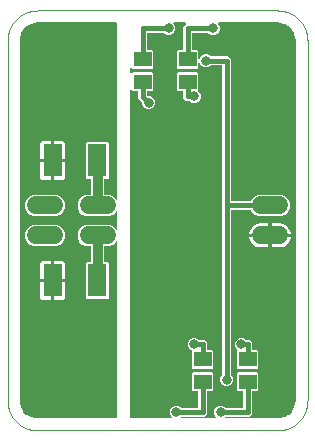
<source format=gbl>
G04 EAGLE Gerber X2 export*
%TF.Part,Single*%
%TF.FileFunction,Other,Bottom layer*%
%TF.FilePolarity,Positive*%
%TF.GenerationSoftware,Autodesk,EAGLE,9.0.0*%
%TF.CreationDate,2018-05-03T06:03:55Z*%
G75*
%MOMM*%
%FSLAX35Y35*%
%LPD*%
%AMOC8*
5,1,8,0,0,1.08239X$1,22.5*%
G01*
%ADD10C,0.000000*%
%ADD11R,1.500000X1.300000*%
%ADD12R,1.600000X2.800000*%
%ADD13C,1.524000*%
%ADD14C,0.806400*%
%ADD15C,0.450000*%
%ADD16C,0.812800*%

G36*
X1481887Y196966D02*
X1481887Y196966D01*
X1482603Y196984D01*
X1483093Y197163D01*
X1483609Y197248D01*
X1484242Y197583D01*
X1484914Y197828D01*
X1485323Y198154D01*
X1485784Y198398D01*
X1486277Y198917D01*
X1486837Y199364D01*
X1487119Y199804D01*
X1487479Y200182D01*
X1487781Y200831D01*
X1488169Y201433D01*
X1488297Y201941D01*
X1488517Y202413D01*
X1488596Y203124D01*
X1488772Y203819D01*
X1488732Y204340D01*
X1488790Y204859D01*
X1488638Y205559D01*
X1488583Y206273D01*
X1488379Y206753D01*
X1488269Y207264D01*
X1487902Y207879D01*
X1487623Y208538D01*
X1487176Y209097D01*
X1487008Y209378D01*
X1486828Y209533D01*
X1486568Y209858D01*
X1477898Y218527D01*
X1469439Y238948D01*
X1469439Y261052D01*
X1477898Y281472D01*
X1493528Y297102D01*
X1513948Y305560D01*
X1536052Y305560D01*
X1556472Y297102D01*
X1563602Y289972D01*
X1564340Y289442D01*
X1565030Y288850D01*
X1565334Y288727D01*
X1565601Y288536D01*
X1566469Y288268D01*
X1567312Y287928D01*
X1567724Y287882D01*
X1567952Y287811D01*
X1568279Y287820D01*
X1568990Y287740D01*
X1700890Y287740D01*
X1701084Y287772D01*
X1701279Y287750D01*
X1702295Y287970D01*
X1703318Y288138D01*
X1703492Y288230D01*
X1703684Y288271D01*
X1704577Y288803D01*
X1705494Y289288D01*
X1705629Y289431D01*
X1705798Y289532D01*
X1706473Y290319D01*
X1707189Y291072D01*
X1707272Y291250D01*
X1707400Y291400D01*
X1707789Y292364D01*
X1708227Y293303D01*
X1708248Y293498D01*
X1708322Y293681D01*
X1708509Y295360D01*
X1708509Y420390D01*
X1708478Y420584D01*
X1708499Y420779D01*
X1708279Y421795D01*
X1708112Y422818D01*
X1708020Y422992D01*
X1707978Y423184D01*
X1707446Y424077D01*
X1706961Y424994D01*
X1706819Y425129D01*
X1706718Y425298D01*
X1705931Y425973D01*
X1705178Y426689D01*
X1704999Y426772D01*
X1704850Y426900D01*
X1703886Y427289D01*
X1702946Y427727D01*
X1702751Y427748D01*
X1702568Y427822D01*
X1700890Y428009D01*
X1664937Y428009D01*
X1656009Y436937D01*
X1656009Y579563D01*
X1664937Y588490D01*
X1827563Y588490D01*
X1836490Y579563D01*
X1836490Y436937D01*
X1827563Y428009D01*
X1791610Y428009D01*
X1791416Y427978D01*
X1791220Y427999D01*
X1790205Y427779D01*
X1789181Y427612D01*
X1789008Y427520D01*
X1788815Y427478D01*
X1787923Y426946D01*
X1787006Y426461D01*
X1786870Y426319D01*
X1786702Y426218D01*
X1786027Y425431D01*
X1785311Y424678D01*
X1785228Y424499D01*
X1785100Y424350D01*
X1784710Y423386D01*
X1784273Y422446D01*
X1784251Y422251D01*
X1784178Y422068D01*
X1783990Y420390D01*
X1783990Y234367D01*
X1761883Y212259D01*
X1568990Y212259D01*
X1568098Y212113D01*
X1567194Y212045D01*
X1566888Y211915D01*
X1566562Y211862D01*
X1565762Y211439D01*
X1564928Y211086D01*
X1564599Y210824D01*
X1564386Y210711D01*
X1564233Y210550D01*
X1564216Y210541D01*
X1564125Y210446D01*
X1563607Y210033D01*
X1563437Y209862D01*
X1563017Y209279D01*
X1562521Y208757D01*
X1562302Y208286D01*
X1561998Y207865D01*
X1561786Y207178D01*
X1561483Y206526D01*
X1561425Y206011D01*
X1561272Y205514D01*
X1561290Y204794D01*
X1561210Y204080D01*
X1561320Y203574D01*
X1561333Y203054D01*
X1561579Y202378D01*
X1561731Y201675D01*
X1561996Y201230D01*
X1562174Y200742D01*
X1562623Y200179D01*
X1562991Y199562D01*
X1563385Y199224D01*
X1563709Y198818D01*
X1564313Y198429D01*
X1564859Y197960D01*
X1565342Y197765D01*
X1565777Y197484D01*
X1566473Y197308D01*
X1567141Y197038D01*
X1567847Y196959D01*
X1568162Y196879D01*
X1568401Y196897D01*
X1568819Y196850D01*
X1856180Y196850D01*
X1856887Y196966D01*
X1857603Y196984D01*
X1858093Y197163D01*
X1858609Y197248D01*
X1859242Y197583D01*
X1859914Y197828D01*
X1860323Y198154D01*
X1860784Y198398D01*
X1861277Y198917D01*
X1861837Y199364D01*
X1862119Y199804D01*
X1862479Y200182D01*
X1862781Y200831D01*
X1863169Y201433D01*
X1863297Y201941D01*
X1863517Y202413D01*
X1863596Y203124D01*
X1863772Y203819D01*
X1863732Y204340D01*
X1863790Y204859D01*
X1863638Y205559D01*
X1863583Y206273D01*
X1863379Y206753D01*
X1863269Y207264D01*
X1862902Y207879D01*
X1862623Y208538D01*
X1862176Y209097D01*
X1862008Y209378D01*
X1861828Y209533D01*
X1861568Y209858D01*
X1852898Y218527D01*
X1844439Y238948D01*
X1844439Y261052D01*
X1852898Y281472D01*
X1868528Y297102D01*
X1888948Y305560D01*
X1911052Y305560D01*
X1931472Y297102D01*
X1938602Y289972D01*
X1939340Y289442D01*
X1940030Y288850D01*
X1940334Y288727D01*
X1940601Y288536D01*
X1941469Y288268D01*
X1942312Y287928D01*
X1942724Y287882D01*
X1942952Y287811D01*
X1943279Y287820D01*
X1943990Y287740D01*
X2081890Y287740D01*
X2082084Y287772D01*
X2082279Y287750D01*
X2083295Y287970D01*
X2084318Y288138D01*
X2084492Y288230D01*
X2084684Y288271D01*
X2085577Y288803D01*
X2086494Y289288D01*
X2086629Y289431D01*
X2086798Y289532D01*
X2087473Y290319D01*
X2088189Y291072D01*
X2088272Y291250D01*
X2088400Y291400D01*
X2088789Y292364D01*
X2089227Y293303D01*
X2089248Y293498D01*
X2089322Y293681D01*
X2089509Y295360D01*
X2089509Y420390D01*
X2089478Y420584D01*
X2089499Y420779D01*
X2089279Y421795D01*
X2089112Y422818D01*
X2089020Y422992D01*
X2088978Y423184D01*
X2088446Y424077D01*
X2087961Y424994D01*
X2087819Y425129D01*
X2087718Y425298D01*
X2086931Y425973D01*
X2086178Y426689D01*
X2085999Y426772D01*
X2085850Y426900D01*
X2084886Y427289D01*
X2083946Y427727D01*
X2083751Y427748D01*
X2083568Y427822D01*
X2081890Y428009D01*
X2045937Y428009D01*
X2037009Y436937D01*
X2037009Y579563D01*
X2045937Y588490D01*
X2208563Y588490D01*
X2217490Y579563D01*
X2217490Y436937D01*
X2208563Y428009D01*
X2172610Y428009D01*
X2172416Y427978D01*
X2172220Y427999D01*
X2171205Y427779D01*
X2170181Y427612D01*
X2170008Y427520D01*
X2169815Y427478D01*
X2168923Y426946D01*
X2168006Y426461D01*
X2167870Y426319D01*
X2167702Y426218D01*
X2167027Y425431D01*
X2166311Y424678D01*
X2166228Y424499D01*
X2166100Y424350D01*
X2165710Y423386D01*
X2165273Y422446D01*
X2165251Y422251D01*
X2165178Y422068D01*
X2164990Y420390D01*
X2164990Y234367D01*
X2142883Y212259D01*
X1943990Y212259D01*
X1943098Y212113D01*
X1942194Y212045D01*
X1941888Y211915D01*
X1941562Y211862D01*
X1940762Y211439D01*
X1939928Y211086D01*
X1939599Y210824D01*
X1939386Y210711D01*
X1939233Y210550D01*
X1939216Y210541D01*
X1939125Y210446D01*
X1938607Y210033D01*
X1938437Y209862D01*
X1938017Y209279D01*
X1937521Y208757D01*
X1937302Y208286D01*
X1936998Y207865D01*
X1936786Y207178D01*
X1936483Y206526D01*
X1936425Y206011D01*
X1936272Y205514D01*
X1936290Y204794D01*
X1936210Y204080D01*
X1936320Y203574D01*
X1936333Y203054D01*
X1936579Y202378D01*
X1936731Y201675D01*
X1936996Y201230D01*
X1937174Y200742D01*
X1937623Y200179D01*
X1937991Y199562D01*
X1938385Y199224D01*
X1938709Y198818D01*
X1939313Y198429D01*
X1939859Y197960D01*
X1940342Y197765D01*
X1940777Y197484D01*
X1941473Y197308D01*
X1942141Y197038D01*
X1942847Y196959D01*
X1943162Y196879D01*
X1943401Y196897D01*
X1943819Y196850D01*
X2381250Y196850D01*
X2381436Y196881D01*
X2381748Y196867D01*
X2400646Y198105D01*
X2400891Y198162D01*
X2402119Y198349D01*
X2438627Y208131D01*
X2438766Y208193D01*
X2438917Y208215D01*
X2440464Y208892D01*
X2473196Y227790D01*
X2473314Y227886D01*
X2473455Y227946D01*
X2474774Y229000D01*
X2501499Y255726D01*
X2501589Y255850D01*
X2501709Y255944D01*
X2502710Y257304D01*
X2521608Y290035D01*
X2521661Y290177D01*
X2521754Y290300D01*
X2522284Y291656D01*
X2522346Y291789D01*
X2522350Y291824D01*
X2522369Y291873D01*
X2532151Y328380D01*
X2532176Y328627D01*
X2532394Y329854D01*
X2533633Y348751D01*
X2533615Y348940D01*
X2533649Y349250D01*
X2533649Y3397250D01*
X2533635Y3397338D01*
X2533639Y3397377D01*
X2533620Y3397466D01*
X2533633Y3397748D01*
X2532394Y3416646D01*
X2532338Y3416891D01*
X2532151Y3418119D01*
X2522369Y3454627D01*
X2522306Y3454766D01*
X2522285Y3454917D01*
X2521608Y3456464D01*
X2502710Y3489196D01*
X2502613Y3489314D01*
X2502554Y3489455D01*
X2501499Y3490774D01*
X2474774Y3517499D01*
X2474649Y3517589D01*
X2474556Y3517709D01*
X2473196Y3518710D01*
X2440464Y3537608D01*
X2440322Y3537662D01*
X2440200Y3537754D01*
X2438627Y3538369D01*
X2402119Y3548151D01*
X2401872Y3548176D01*
X2400646Y3548394D01*
X2381748Y3549633D01*
X2381560Y3549615D01*
X2381250Y3549649D01*
X1882319Y3549649D01*
X1881613Y3549534D01*
X1880897Y3549515D01*
X1880406Y3549336D01*
X1879891Y3549252D01*
X1879258Y3548917D01*
X1878585Y3548672D01*
X1878177Y3548345D01*
X1877716Y3548101D01*
X1877223Y3547583D01*
X1876663Y3547135D01*
X1876380Y3546696D01*
X1876021Y3546318D01*
X1875719Y3545669D01*
X1875331Y3545066D01*
X1875203Y3544559D01*
X1874983Y3544086D01*
X1874903Y3543375D01*
X1874728Y3542680D01*
X1874768Y3542159D01*
X1874710Y3541641D01*
X1874862Y3540940D01*
X1874917Y3540227D01*
X1875120Y3539747D01*
X1875231Y3539236D01*
X1875598Y3538621D01*
X1875877Y3537962D01*
X1876324Y3537403D01*
X1876491Y3537122D01*
X1876672Y3536967D01*
X1876761Y3536856D01*
X1876766Y3536848D01*
X1876771Y3536844D01*
X1876932Y3536642D01*
X1882102Y3531473D01*
X1890560Y3511052D01*
X1890560Y3488948D01*
X1882102Y3468528D01*
X1866472Y3452898D01*
X1846052Y3444439D01*
X1823948Y3444439D01*
X1803528Y3452898D01*
X1796398Y3460028D01*
X1795659Y3460558D01*
X1794970Y3461150D01*
X1794665Y3461273D01*
X1794399Y3461464D01*
X1793530Y3461732D01*
X1792688Y3462072D01*
X1792276Y3462118D01*
X1792048Y3462188D01*
X1791721Y3462180D01*
X1791010Y3462259D01*
X1664610Y3462259D01*
X1664416Y3462228D01*
X1664220Y3462249D01*
X1663205Y3462029D01*
X1662181Y3461862D01*
X1662008Y3461770D01*
X1661815Y3461728D01*
X1660923Y3461196D01*
X1660006Y3460711D01*
X1659870Y3460569D01*
X1659702Y3460468D01*
X1659027Y3459681D01*
X1658311Y3458928D01*
X1658228Y3458749D01*
X1658100Y3458600D01*
X1657710Y3457636D01*
X1657273Y3456696D01*
X1657251Y3456501D01*
X1657178Y3456318D01*
X1656990Y3454640D01*
X1656990Y3326110D01*
X1657022Y3325916D01*
X1657000Y3325720D01*
X1657220Y3324705D01*
X1657388Y3323681D01*
X1657480Y3323508D01*
X1657521Y3323315D01*
X1658053Y3322423D01*
X1658538Y3321506D01*
X1658681Y3321370D01*
X1658782Y3321202D01*
X1659569Y3320527D01*
X1660322Y3319811D01*
X1660500Y3319728D01*
X1660650Y3319600D01*
X1661614Y3319210D01*
X1662553Y3318773D01*
X1662748Y3318751D01*
X1662931Y3318678D01*
X1664610Y3318490D01*
X1700563Y3318490D01*
X1709490Y3309563D01*
X1709490Y3250337D01*
X1709648Y3249377D01*
X1709739Y3248407D01*
X1709846Y3248167D01*
X1709888Y3247909D01*
X1710342Y3247049D01*
X1710738Y3246158D01*
X1710916Y3245965D01*
X1711038Y3245733D01*
X1711744Y3245063D01*
X1712403Y3244346D01*
X1712632Y3244219D01*
X1712822Y3244038D01*
X1713704Y3243628D01*
X1714558Y3243158D01*
X1714816Y3243111D01*
X1715053Y3243001D01*
X1716020Y3242893D01*
X1716979Y3242719D01*
X1717238Y3242757D01*
X1717499Y3242728D01*
X1718451Y3242934D01*
X1719414Y3243075D01*
X1719648Y3243193D01*
X1719904Y3243249D01*
X1720740Y3243748D01*
X1721608Y3244188D01*
X1721792Y3244375D01*
X1722018Y3244509D01*
X1722653Y3245250D01*
X1723334Y3245943D01*
X1723491Y3246227D01*
X1723619Y3246377D01*
X1723746Y3246690D01*
X1724149Y3247422D01*
X1727898Y3256472D01*
X1743528Y3272102D01*
X1763948Y3280560D01*
X1786052Y3280560D01*
X1806472Y3272102D01*
X1813602Y3264972D01*
X1814340Y3264442D01*
X1815030Y3263850D01*
X1815334Y3263727D01*
X1815601Y3263536D01*
X1816469Y3263268D01*
X1817312Y3262928D01*
X1817724Y3262882D01*
X1817952Y3262811D01*
X1818279Y3262820D01*
X1818990Y3262740D01*
X1965633Y3262740D01*
X1987740Y3240633D01*
X1987740Y2045610D01*
X1987772Y2045416D01*
X1987750Y2045220D01*
X1987970Y2044205D01*
X1988138Y2043181D01*
X1988230Y2043008D01*
X1988271Y2042815D01*
X1988803Y2041923D01*
X1989288Y2041006D01*
X1989431Y2040870D01*
X1989532Y2040702D01*
X1990319Y2040027D01*
X1991072Y2039311D01*
X1991250Y2039228D01*
X1991400Y2039100D01*
X1992364Y2038710D01*
X1993303Y2038273D01*
X1993498Y2038251D01*
X1993681Y2038178D01*
X1995360Y2037990D01*
X2153117Y2037990D01*
X2154272Y2038179D01*
X2155421Y2038347D01*
X2155480Y2038377D01*
X2155545Y2038388D01*
X2156578Y2038934D01*
X2157616Y2039460D01*
X2157662Y2039508D01*
X2157721Y2039538D01*
X2158527Y2040387D01*
X2159341Y2041215D01*
X2159379Y2041283D01*
X2159416Y2041322D01*
X2159499Y2041501D01*
X2160156Y2042694D01*
X2164030Y2052047D01*
X2189753Y2077769D01*
X2223361Y2091690D01*
X2412138Y2091690D01*
X2445747Y2077769D01*
X2471469Y2052047D01*
X2485390Y2018438D01*
X2485390Y1982061D01*
X2471469Y1948453D01*
X2445747Y1922730D01*
X2412138Y1908809D01*
X2223361Y1908809D01*
X2189753Y1922730D01*
X2164030Y1948453D01*
X2160156Y1957806D01*
X2159540Y1958800D01*
X2158945Y1959798D01*
X2158895Y1959841D01*
X2158860Y1959898D01*
X2157964Y1960639D01*
X2157077Y1961400D01*
X2157015Y1961425D01*
X2156964Y1961467D01*
X2155879Y1961884D01*
X2154795Y1962322D01*
X2154717Y1962331D01*
X2154668Y1962350D01*
X2154471Y1962358D01*
X2153117Y1962509D01*
X1995360Y1962509D01*
X1995166Y1962478D01*
X1994970Y1962499D01*
X1993955Y1962279D01*
X1992931Y1962112D01*
X1992758Y1962020D01*
X1992565Y1961978D01*
X1991673Y1961446D01*
X1990756Y1960961D01*
X1990620Y1960819D01*
X1990452Y1960718D01*
X1989777Y1959931D01*
X1989061Y1959178D01*
X1988978Y1958999D01*
X1988850Y1958850D01*
X1988460Y1957886D01*
X1988023Y1956946D01*
X1988001Y1956751D01*
X1987928Y1956568D01*
X1987740Y1954890D01*
X1987740Y568990D01*
X1987887Y568095D01*
X1987957Y567187D01*
X1988085Y566884D01*
X1988138Y566562D01*
X1988562Y565759D01*
X1988918Y564922D01*
X1989177Y564597D01*
X1989288Y564386D01*
X1989525Y564162D01*
X1989972Y563602D01*
X1997102Y556472D01*
X2005560Y536052D01*
X2005560Y513948D01*
X1997102Y493528D01*
X1981472Y477898D01*
X1961052Y469439D01*
X1938948Y469439D01*
X1918528Y477898D01*
X1902898Y493528D01*
X1894439Y513948D01*
X1894439Y536052D01*
X1902898Y556472D01*
X1910028Y563602D01*
X1910558Y564340D01*
X1911150Y565030D01*
X1911273Y565334D01*
X1911464Y565601D01*
X1911732Y566469D01*
X1912072Y567312D01*
X1912118Y567724D01*
X1912188Y567952D01*
X1912180Y568279D01*
X1912259Y568990D01*
X1912259Y3179640D01*
X1912228Y3179834D01*
X1912249Y3180029D01*
X1912029Y3181045D01*
X1911862Y3182068D01*
X1911770Y3182242D01*
X1911728Y3182434D01*
X1911196Y3183327D01*
X1910711Y3184244D01*
X1910569Y3184379D01*
X1910468Y3184548D01*
X1909681Y3185223D01*
X1908928Y3185939D01*
X1908749Y3186022D01*
X1908600Y3186150D01*
X1907636Y3186539D01*
X1906696Y3186977D01*
X1906501Y3186998D01*
X1906318Y3187072D01*
X1904640Y3187259D01*
X1818990Y3187259D01*
X1818095Y3187113D01*
X1817187Y3187043D01*
X1816884Y3186915D01*
X1816562Y3186862D01*
X1815759Y3186438D01*
X1814922Y3186082D01*
X1814597Y3185823D01*
X1814386Y3185711D01*
X1814162Y3185475D01*
X1813602Y3185028D01*
X1806472Y3177898D01*
X1786052Y3169439D01*
X1763948Y3169439D01*
X1743528Y3177898D01*
X1727898Y3193528D01*
X1724149Y3202578D01*
X1723636Y3203406D01*
X1723181Y3204266D01*
X1722991Y3204447D01*
X1722853Y3204670D01*
X1722104Y3205290D01*
X1721397Y3205961D01*
X1721159Y3206072D01*
X1720957Y3206239D01*
X1720048Y3206589D01*
X1719166Y3206999D01*
X1718906Y3207028D01*
X1718661Y3207123D01*
X1717687Y3207164D01*
X1716720Y3207272D01*
X1716464Y3207216D01*
X1716202Y3207228D01*
X1715267Y3206957D01*
X1714315Y3206751D01*
X1714090Y3206617D01*
X1713838Y3206544D01*
X1713038Y3205989D01*
X1712202Y3205491D01*
X1712031Y3205292D01*
X1711816Y3205142D01*
X1711234Y3204362D01*
X1710600Y3203623D01*
X1710502Y3203379D01*
X1710345Y3203169D01*
X1710042Y3202243D01*
X1709678Y3201341D01*
X1709641Y3201017D01*
X1709580Y3200830D01*
X1709583Y3200495D01*
X1709490Y3199663D01*
X1709490Y3166937D01*
X1700563Y3158009D01*
X1537937Y3158009D01*
X1529009Y3166937D01*
X1529009Y3309563D01*
X1537937Y3318490D01*
X1573890Y3318490D01*
X1574084Y3318522D01*
X1574279Y3318500D01*
X1575295Y3318720D01*
X1576318Y3318888D01*
X1576492Y3318980D01*
X1576684Y3319021D01*
X1577577Y3319553D01*
X1578494Y3320038D01*
X1578629Y3320181D01*
X1578798Y3320282D01*
X1579473Y3321069D01*
X1580189Y3321822D01*
X1580272Y3322000D01*
X1580400Y3322150D01*
X1580789Y3323114D01*
X1581227Y3324053D01*
X1581248Y3324248D01*
X1581322Y3324431D01*
X1581509Y3326110D01*
X1581509Y3515633D01*
X1602519Y3536642D01*
X1602938Y3537224D01*
X1603430Y3537743D01*
X1603650Y3538216D01*
X1603956Y3538640D01*
X1604167Y3539326D01*
X1604468Y3539974D01*
X1604526Y3540492D01*
X1604680Y3540992D01*
X1604662Y3541709D01*
X1604741Y3542419D01*
X1604631Y3542929D01*
X1604617Y3543452D01*
X1604371Y3544126D01*
X1604220Y3544824D01*
X1603953Y3545273D01*
X1603773Y3545764D01*
X1603326Y3546323D01*
X1602960Y3546938D01*
X1602563Y3547278D01*
X1602237Y3547686D01*
X1601636Y3548073D01*
X1601092Y3548540D01*
X1600606Y3548736D01*
X1600168Y3549018D01*
X1599475Y3549193D01*
X1598810Y3549462D01*
X1598099Y3549542D01*
X1597782Y3549622D01*
X1597545Y3549603D01*
X1597132Y3549649D01*
X1507319Y3549649D01*
X1506613Y3549534D01*
X1505897Y3549515D01*
X1505406Y3549336D01*
X1504891Y3549252D01*
X1504258Y3548917D01*
X1503585Y3548672D01*
X1503177Y3548345D01*
X1502716Y3548101D01*
X1502223Y3547583D01*
X1501663Y3547135D01*
X1501380Y3546696D01*
X1501021Y3546318D01*
X1500719Y3545669D01*
X1500331Y3545066D01*
X1500203Y3544559D01*
X1499983Y3544086D01*
X1499903Y3543375D01*
X1499728Y3542680D01*
X1499768Y3542159D01*
X1499710Y3541641D01*
X1499862Y3540940D01*
X1499917Y3540227D01*
X1500120Y3539747D01*
X1500231Y3539236D01*
X1500598Y3538621D01*
X1500877Y3537962D01*
X1501324Y3537403D01*
X1501491Y3537122D01*
X1501672Y3536967D01*
X1501761Y3536856D01*
X1501766Y3536848D01*
X1501771Y3536844D01*
X1501932Y3536642D01*
X1507102Y3531473D01*
X1515560Y3511052D01*
X1515560Y3488948D01*
X1507102Y3468528D01*
X1491472Y3452898D01*
X1471052Y3444439D01*
X1448948Y3444439D01*
X1428528Y3452898D01*
X1421398Y3460028D01*
X1420659Y3460558D01*
X1419970Y3461150D01*
X1419665Y3461273D01*
X1419399Y3461464D01*
X1418530Y3461732D01*
X1417688Y3462072D01*
X1417276Y3462118D01*
X1417048Y3462188D01*
X1416721Y3462180D01*
X1416010Y3462259D01*
X1283610Y3462259D01*
X1283416Y3462228D01*
X1283220Y3462249D01*
X1282205Y3462029D01*
X1281181Y3461862D01*
X1281008Y3461770D01*
X1280815Y3461728D01*
X1279923Y3461196D01*
X1279006Y3460711D01*
X1278870Y3460569D01*
X1278702Y3460468D01*
X1278027Y3459681D01*
X1277311Y3458928D01*
X1277228Y3458749D01*
X1277100Y3458600D01*
X1276710Y3457636D01*
X1276273Y3456696D01*
X1276251Y3456501D01*
X1276178Y3456318D01*
X1275990Y3454640D01*
X1275990Y3326110D01*
X1276022Y3325916D01*
X1276000Y3325720D01*
X1276220Y3324705D01*
X1276388Y3323681D01*
X1276480Y3323508D01*
X1276521Y3323315D01*
X1277053Y3322423D01*
X1277538Y3321506D01*
X1277681Y3321370D01*
X1277782Y3321202D01*
X1278569Y3320527D01*
X1279322Y3319811D01*
X1279500Y3319728D01*
X1279650Y3319600D01*
X1280614Y3319210D01*
X1281553Y3318773D01*
X1281748Y3318751D01*
X1281931Y3318678D01*
X1283610Y3318490D01*
X1319563Y3318490D01*
X1328490Y3309563D01*
X1328490Y3166937D01*
X1319563Y3158009D01*
X1156937Y3158009D01*
X1148388Y3166559D01*
X1147808Y3166976D01*
X1147288Y3167470D01*
X1146813Y3167691D01*
X1146390Y3167995D01*
X1145706Y3168206D01*
X1145056Y3168508D01*
X1144538Y3168566D01*
X1144038Y3168720D01*
X1143321Y3168701D01*
X1142611Y3168781D01*
X1142101Y3168670D01*
X1141578Y3168657D01*
X1140904Y3168411D01*
X1140206Y3168260D01*
X1139758Y3167993D01*
X1139266Y3167813D01*
X1138707Y3167366D01*
X1138092Y3166999D01*
X1137752Y3166603D01*
X1137344Y3166277D01*
X1136957Y3165676D01*
X1136490Y3165131D01*
X1136294Y3164646D01*
X1136012Y3164208D01*
X1135836Y3163514D01*
X1135568Y3162850D01*
X1135488Y3162138D01*
X1135408Y3161822D01*
X1135427Y3161584D01*
X1135381Y3161171D01*
X1135381Y3125328D01*
X1135496Y3124622D01*
X1135515Y3123906D01*
X1135694Y3123415D01*
X1135778Y3122900D01*
X1136112Y3122268D01*
X1136358Y3121594D01*
X1136685Y3121185D01*
X1136929Y3120725D01*
X1137447Y3120232D01*
X1137895Y3119672D01*
X1138334Y3119389D01*
X1138713Y3119030D01*
X1139361Y3118728D01*
X1139964Y3118340D01*
X1140471Y3118212D01*
X1140944Y3117992D01*
X1141654Y3117913D01*
X1142349Y3117737D01*
X1142870Y3117777D01*
X1143389Y3117719D01*
X1144090Y3117871D01*
X1144803Y3117926D01*
X1145283Y3118129D01*
X1145794Y3118240D01*
X1146409Y3118607D01*
X1147068Y3118886D01*
X1147628Y3119333D01*
X1147908Y3119500D01*
X1148063Y3119681D01*
X1148388Y3119941D01*
X1156937Y3128490D01*
X1319563Y3128490D01*
X1328490Y3119563D01*
X1328490Y2976937D01*
X1319563Y2968009D01*
X1283610Y2968009D01*
X1283416Y2967978D01*
X1283220Y2967999D01*
X1282205Y2967779D01*
X1281181Y2967612D01*
X1281008Y2967520D01*
X1280815Y2967478D01*
X1279923Y2966946D01*
X1279006Y2966461D01*
X1278870Y2966319D01*
X1278702Y2966218D01*
X1278027Y2965431D01*
X1277311Y2964678D01*
X1277228Y2964499D01*
X1277100Y2964350D01*
X1276710Y2963386D01*
X1276273Y2962446D01*
X1276251Y2962251D01*
X1276178Y2962068D01*
X1275990Y2960390D01*
X1275990Y2940539D01*
X1276137Y2939643D01*
X1276207Y2938736D01*
X1276335Y2938433D01*
X1276388Y2938110D01*
X1276812Y2937308D01*
X1277168Y2936470D01*
X1277427Y2936145D01*
X1277538Y2935935D01*
X1277775Y2935710D01*
X1278222Y2935151D01*
X1285581Y2927792D01*
X1286319Y2927262D01*
X1287009Y2926670D01*
X1287313Y2926547D01*
X1287579Y2926356D01*
X1288448Y2926088D01*
X1289290Y2925748D01*
X1289703Y2925702D01*
X1289931Y2925631D01*
X1290258Y2925640D01*
X1290969Y2925560D01*
X1301052Y2925560D01*
X1321472Y2917102D01*
X1337102Y2901472D01*
X1345560Y2881052D01*
X1345560Y2858948D01*
X1337102Y2838528D01*
X1321472Y2822898D01*
X1301052Y2814439D01*
X1278948Y2814439D01*
X1258528Y2822898D01*
X1242898Y2838528D01*
X1234439Y2858948D01*
X1234439Y2869031D01*
X1234293Y2869926D01*
X1234223Y2870834D01*
X1234095Y2871137D01*
X1234042Y2871459D01*
X1233618Y2872262D01*
X1233262Y2873099D01*
X1233003Y2873424D01*
X1232891Y2873635D01*
X1232655Y2873859D01*
X1232208Y2874419D01*
X1200509Y2906117D01*
X1200509Y2960390D01*
X1200478Y2960584D01*
X1200499Y2960779D01*
X1200279Y2961795D01*
X1200112Y2962818D01*
X1200020Y2962992D01*
X1199978Y2963184D01*
X1199446Y2964077D01*
X1198961Y2964994D01*
X1198819Y2965129D01*
X1198718Y2965298D01*
X1197931Y2965973D01*
X1197178Y2966689D01*
X1196999Y2966772D01*
X1196850Y2966900D01*
X1195886Y2967289D01*
X1194946Y2967727D01*
X1194751Y2967748D01*
X1194568Y2967822D01*
X1192890Y2968009D01*
X1156937Y2968009D01*
X1148388Y2976559D01*
X1147808Y2976976D01*
X1147288Y2977470D01*
X1146813Y2977691D01*
X1146390Y2977995D01*
X1145706Y2978206D01*
X1145056Y2978508D01*
X1144538Y2978566D01*
X1144038Y2978720D01*
X1143321Y2978701D01*
X1142611Y2978781D01*
X1142101Y2978670D01*
X1141578Y2978657D01*
X1140904Y2978411D01*
X1140206Y2978260D01*
X1139758Y2977993D01*
X1139266Y2977813D01*
X1138707Y2977366D01*
X1138092Y2976999D01*
X1137752Y2976603D01*
X1137344Y2976277D01*
X1136957Y2975676D01*
X1136490Y2975131D01*
X1136294Y2974646D01*
X1136012Y2974208D01*
X1135836Y2973514D01*
X1135568Y2972850D01*
X1135488Y2972138D01*
X1135408Y2971822D01*
X1135427Y2971584D01*
X1135381Y2971171D01*
X1135381Y204470D01*
X1135413Y204276D01*
X1135391Y204080D01*
X1135611Y203065D01*
X1135778Y202041D01*
X1135870Y201868D01*
X1135912Y201675D01*
X1136444Y200783D01*
X1136929Y199866D01*
X1137071Y199730D01*
X1137172Y199562D01*
X1137959Y198887D01*
X1138713Y198171D01*
X1138891Y198088D01*
X1139040Y197960D01*
X1140004Y197570D01*
X1140944Y197133D01*
X1141139Y197111D01*
X1141322Y197038D01*
X1143000Y196850D01*
X1481180Y196850D01*
X1481887Y196966D01*
G37*
G36*
X1016194Y196882D02*
X1016194Y196882D01*
X1016389Y196860D01*
X1017405Y197080D01*
X1018428Y197248D01*
X1018602Y197340D01*
X1018794Y197381D01*
X1019687Y197913D01*
X1020604Y198398D01*
X1020739Y198541D01*
X1020908Y198642D01*
X1021583Y199429D01*
X1022299Y200182D01*
X1022382Y200360D01*
X1022510Y200510D01*
X1022899Y201474D01*
X1023337Y202413D01*
X1023358Y202608D01*
X1023432Y202791D01*
X1023619Y204470D01*
X1023619Y1688708D01*
X1023504Y1689415D01*
X1023485Y1690130D01*
X1023306Y1690621D01*
X1023222Y1691137D01*
X1022888Y1691769D01*
X1022642Y1692442D01*
X1022315Y1692850D01*
X1022071Y1693312D01*
X1021552Y1693805D01*
X1021105Y1694364D01*
X1020667Y1694646D01*
X1020288Y1695007D01*
X1019637Y1695309D01*
X1019036Y1695696D01*
X1018530Y1695824D01*
X1018056Y1696045D01*
X1017345Y1696124D01*
X1016651Y1696300D01*
X1016129Y1696260D01*
X1015611Y1696318D01*
X1014912Y1696166D01*
X1014197Y1696111D01*
X1013716Y1695907D01*
X1013206Y1695797D01*
X1012591Y1695430D01*
X1011932Y1695150D01*
X1011372Y1694703D01*
X1011092Y1694536D01*
X1010938Y1694356D01*
X1010612Y1694096D01*
X985247Y1668730D01*
X951638Y1654809D01*
X920750Y1654809D01*
X920556Y1654778D01*
X920360Y1654799D01*
X919345Y1654579D01*
X918321Y1654412D01*
X918148Y1654320D01*
X917955Y1654278D01*
X917063Y1653746D01*
X916146Y1653261D01*
X916010Y1653119D01*
X915842Y1653018D01*
X915167Y1652231D01*
X914451Y1651478D01*
X914368Y1651299D01*
X914240Y1651150D01*
X913850Y1650186D01*
X913413Y1649246D01*
X913391Y1649051D01*
X913318Y1648868D01*
X913130Y1647190D01*
X913130Y1528110D01*
X913162Y1527916D01*
X913140Y1527720D01*
X913360Y1526705D01*
X913528Y1525681D01*
X913620Y1525508D01*
X913661Y1525315D01*
X914193Y1524423D01*
X914678Y1523506D01*
X914821Y1523370D01*
X914922Y1523202D01*
X915709Y1522527D01*
X916462Y1521811D01*
X916640Y1521728D01*
X916790Y1521600D01*
X917754Y1521210D01*
X918693Y1520773D01*
X918888Y1520751D01*
X919071Y1520678D01*
X920750Y1520490D01*
X943063Y1520490D01*
X951990Y1511563D01*
X951990Y1218937D01*
X943063Y1210009D01*
X770437Y1210009D01*
X761509Y1218937D01*
X761509Y1511563D01*
X770437Y1520490D01*
X793750Y1520490D01*
X793944Y1520522D01*
X794139Y1520500D01*
X795155Y1520720D01*
X796178Y1520888D01*
X796352Y1520980D01*
X796544Y1521021D01*
X797437Y1521553D01*
X798354Y1522038D01*
X798489Y1522181D01*
X798658Y1522282D01*
X799333Y1523069D01*
X800049Y1523822D01*
X800132Y1524000D01*
X800260Y1524150D01*
X800649Y1525114D01*
X801087Y1526053D01*
X801108Y1526248D01*
X801182Y1526431D01*
X801369Y1528110D01*
X801369Y1647190D01*
X801338Y1647384D01*
X801359Y1647579D01*
X801139Y1648595D01*
X800972Y1649618D01*
X800880Y1649792D01*
X800838Y1649984D01*
X800306Y1650877D01*
X799821Y1651794D01*
X799679Y1651929D01*
X799578Y1652098D01*
X798791Y1652773D01*
X798038Y1653489D01*
X797859Y1653572D01*
X797710Y1653700D01*
X796746Y1654089D01*
X795806Y1654527D01*
X795611Y1654548D01*
X795428Y1654622D01*
X793750Y1654809D01*
X762861Y1654809D01*
X729253Y1668730D01*
X703530Y1694453D01*
X689609Y1728061D01*
X689609Y1764438D01*
X703530Y1798047D01*
X729253Y1823769D01*
X762861Y1837690D01*
X951638Y1837690D01*
X985247Y1823769D01*
X1010612Y1798404D01*
X1011193Y1797986D01*
X1011713Y1797493D01*
X1012186Y1797273D01*
X1012611Y1796968D01*
X1013295Y1796757D01*
X1013944Y1796455D01*
X1014462Y1796397D01*
X1014962Y1796243D01*
X1015678Y1796262D01*
X1016389Y1796182D01*
X1016900Y1796293D01*
X1017422Y1796306D01*
X1018094Y1796552D01*
X1018794Y1796703D01*
X1019243Y1796971D01*
X1019734Y1797150D01*
X1020293Y1797597D01*
X1020908Y1797963D01*
X1021248Y1798360D01*
X1021656Y1798686D01*
X1022043Y1799287D01*
X1022510Y1799832D01*
X1022706Y1800317D01*
X1022988Y1800755D01*
X1023163Y1801448D01*
X1023432Y1802113D01*
X1023512Y1802824D01*
X1023592Y1803141D01*
X1023573Y1803378D01*
X1023619Y1803792D01*
X1023619Y1942708D01*
X1023504Y1943415D01*
X1023485Y1944130D01*
X1023306Y1944621D01*
X1023222Y1945137D01*
X1022888Y1945769D01*
X1022642Y1946442D01*
X1022315Y1946850D01*
X1022071Y1947312D01*
X1021552Y1947805D01*
X1021105Y1948364D01*
X1020667Y1948646D01*
X1020288Y1949007D01*
X1019637Y1949309D01*
X1019036Y1949696D01*
X1018530Y1949824D01*
X1018056Y1950045D01*
X1017345Y1950124D01*
X1016651Y1950300D01*
X1016129Y1950260D01*
X1015611Y1950318D01*
X1014912Y1950166D01*
X1014197Y1950111D01*
X1013716Y1949907D01*
X1013206Y1949797D01*
X1012591Y1949430D01*
X1011932Y1949150D01*
X1011372Y1948703D01*
X1011092Y1948536D01*
X1010938Y1948356D01*
X1010612Y1948096D01*
X985247Y1922730D01*
X951638Y1908809D01*
X762861Y1908809D01*
X729253Y1922730D01*
X703530Y1948453D01*
X689609Y1982061D01*
X689609Y2018438D01*
X703530Y2052047D01*
X729253Y2077769D01*
X762861Y2091690D01*
X793750Y2091690D01*
X793944Y2091722D01*
X794139Y2091700D01*
X795155Y2091920D01*
X796178Y2092088D01*
X796352Y2092180D01*
X796544Y2092221D01*
X797437Y2092753D01*
X798354Y2093238D01*
X798489Y2093381D01*
X798658Y2093482D01*
X799333Y2094269D01*
X800049Y2095022D01*
X800132Y2095200D01*
X800260Y2095350D01*
X800649Y2096314D01*
X801087Y2097253D01*
X801108Y2097448D01*
X801182Y2097631D01*
X801369Y2099310D01*
X801369Y2218390D01*
X801338Y2218584D01*
X801359Y2218779D01*
X801139Y2219795D01*
X800972Y2220818D01*
X800880Y2220992D01*
X800838Y2221184D01*
X800306Y2222077D01*
X799821Y2222994D01*
X799679Y2223129D01*
X799578Y2223298D01*
X798791Y2223973D01*
X798038Y2224689D01*
X797859Y2224772D01*
X797710Y2224900D01*
X796746Y2225289D01*
X795806Y2225727D01*
X795611Y2225748D01*
X795428Y2225822D01*
X793750Y2226009D01*
X770437Y2226009D01*
X761509Y2234937D01*
X761509Y2527563D01*
X770437Y2536490D01*
X943063Y2536490D01*
X951990Y2527563D01*
X951990Y2234937D01*
X943063Y2226009D01*
X920750Y2226009D01*
X920556Y2225978D01*
X920360Y2225999D01*
X919345Y2225779D01*
X918321Y2225612D01*
X918148Y2225520D01*
X917955Y2225478D01*
X917063Y2224946D01*
X916146Y2224461D01*
X916010Y2224319D01*
X915842Y2224218D01*
X915167Y2223431D01*
X914451Y2222678D01*
X914368Y2222499D01*
X914240Y2222350D01*
X913850Y2221386D01*
X913413Y2220446D01*
X913391Y2220251D01*
X913318Y2220068D01*
X913130Y2218390D01*
X913130Y2099310D01*
X913162Y2099116D01*
X913140Y2098920D01*
X913360Y2097905D01*
X913528Y2096881D01*
X913620Y2096708D01*
X913661Y2096515D01*
X914193Y2095623D01*
X914678Y2094706D01*
X914821Y2094570D01*
X914922Y2094402D01*
X915709Y2093727D01*
X916462Y2093011D01*
X916640Y2092928D01*
X916790Y2092800D01*
X917754Y2092410D01*
X918693Y2091973D01*
X918888Y2091951D01*
X919071Y2091878D01*
X920750Y2091690D01*
X951638Y2091690D01*
X985247Y2077769D01*
X1010612Y2052404D01*
X1011193Y2051986D01*
X1011713Y2051493D01*
X1012186Y2051273D01*
X1012611Y2050968D01*
X1013295Y2050757D01*
X1013944Y2050455D01*
X1014462Y2050397D01*
X1014962Y2050243D01*
X1015678Y2050262D01*
X1016389Y2050182D01*
X1016900Y2050293D01*
X1017422Y2050306D01*
X1018094Y2050552D01*
X1018794Y2050703D01*
X1019243Y2050971D01*
X1019734Y2051150D01*
X1020293Y2051597D01*
X1020908Y2051963D01*
X1021248Y2052360D01*
X1021656Y2052686D01*
X1022043Y2053287D01*
X1022510Y2053832D01*
X1022706Y2054317D01*
X1022988Y2054755D01*
X1023163Y2055448D01*
X1023432Y2056113D01*
X1023512Y2056824D01*
X1023592Y2057141D01*
X1023573Y2057378D01*
X1023619Y2057792D01*
X1023619Y3542030D01*
X1023606Y3542113D01*
X1023609Y3542145D01*
X1023589Y3542238D01*
X1023609Y3542419D01*
X1023389Y3543435D01*
X1023222Y3544458D01*
X1023130Y3544632D01*
X1023088Y3544824D01*
X1022556Y3545717D01*
X1022071Y3546634D01*
X1021929Y3546769D01*
X1021828Y3546938D01*
X1021041Y3547613D01*
X1020288Y3548329D01*
X1020109Y3548412D01*
X1019960Y3548540D01*
X1018996Y3548929D01*
X1018056Y3549367D01*
X1017861Y3549388D01*
X1017678Y3549462D01*
X1016000Y3549649D01*
X349250Y3549649D01*
X349063Y3549619D01*
X348752Y3549633D01*
X329854Y3548394D01*
X329609Y3548338D01*
X328381Y3548151D01*
X291873Y3538369D01*
X291734Y3538306D01*
X291583Y3538285D01*
X290035Y3537608D01*
X257304Y3518710D01*
X257186Y3518613D01*
X257045Y3518554D01*
X255726Y3517499D01*
X229000Y3490774D01*
X228911Y3490649D01*
X228791Y3490556D01*
X227790Y3489196D01*
X208892Y3456464D01*
X208838Y3456322D01*
X208746Y3456200D01*
X208131Y3454627D01*
X198349Y3418119D01*
X198324Y3417873D01*
X198105Y3416646D01*
X196867Y3397748D01*
X196885Y3397560D01*
X196850Y3397250D01*
X196850Y349250D01*
X196881Y349063D01*
X196878Y348997D01*
X196861Y348848D01*
X196869Y348811D01*
X196867Y348752D01*
X198105Y329854D01*
X198162Y329609D01*
X198349Y328381D01*
X208131Y291873D01*
X208193Y291734D01*
X208215Y291583D01*
X208892Y290035D01*
X227790Y257304D01*
X227886Y257186D01*
X227946Y257045D01*
X229000Y255726D01*
X255726Y229000D01*
X255850Y228911D01*
X255944Y228791D01*
X257304Y227790D01*
X290035Y208892D01*
X290178Y208838D01*
X290300Y208746D01*
X291873Y208131D01*
X328381Y198349D01*
X328628Y198324D01*
X329854Y198105D01*
X348751Y196867D01*
X348940Y196885D01*
X349250Y196850D01*
X1016000Y196850D01*
X1016194Y196882D01*
G37*
%LPC*%
G36*
X318361Y1908809D02*
X318361Y1908809D01*
X284753Y1922730D01*
X259030Y1948453D01*
X245109Y1982061D01*
X245109Y2018438D01*
X259030Y2052047D01*
X284753Y2077769D01*
X318361Y2091690D01*
X507138Y2091690D01*
X540747Y2077769D01*
X566469Y2052047D01*
X580390Y2018438D01*
X580390Y1982061D01*
X566469Y1948453D01*
X540747Y1922730D01*
X507138Y1908809D01*
X318361Y1908809D01*
G37*
%LPD*%
%LPC*%
G36*
X318361Y1654809D02*
X318361Y1654809D01*
X284753Y1668730D01*
X259030Y1694453D01*
X245109Y1728061D01*
X245109Y1764438D01*
X259030Y1798047D01*
X284753Y1823769D01*
X318361Y1837690D01*
X507138Y1837690D01*
X540747Y1823769D01*
X566469Y1798047D01*
X580390Y1764438D01*
X580390Y1728061D01*
X566469Y1694453D01*
X540747Y1668730D01*
X507138Y1654809D01*
X318361Y1654809D01*
G37*
%LPD*%
%LPC*%
G36*
X1664937Y618009D02*
X1664937Y618009D01*
X1656009Y626937D01*
X1656009Y767637D01*
X1655820Y768792D01*
X1655653Y769941D01*
X1655623Y770000D01*
X1655612Y770065D01*
X1655066Y771097D01*
X1654539Y772135D01*
X1654492Y772182D01*
X1654461Y772240D01*
X1653613Y773047D01*
X1652785Y773861D01*
X1652716Y773898D01*
X1652678Y773935D01*
X1652498Y774019D01*
X1651306Y774676D01*
X1643528Y777898D01*
X1627898Y793528D01*
X1619439Y813948D01*
X1619439Y836052D01*
X1627898Y856472D01*
X1643528Y872102D01*
X1663948Y880560D01*
X1686052Y880560D01*
X1706472Y872102D01*
X1713602Y864972D01*
X1714340Y864442D01*
X1715030Y863850D01*
X1715334Y863727D01*
X1715601Y863536D01*
X1716469Y863268D01*
X1717312Y862928D01*
X1717724Y862882D01*
X1717952Y862811D01*
X1718279Y862820D01*
X1718990Y862740D01*
X1761883Y862740D01*
X1783990Y840633D01*
X1783990Y786110D01*
X1784022Y785916D01*
X1784000Y785720D01*
X1784220Y784705D01*
X1784388Y783681D01*
X1784480Y783508D01*
X1784521Y783315D01*
X1785053Y782423D01*
X1785538Y781506D01*
X1785681Y781370D01*
X1785782Y781202D01*
X1786569Y780527D01*
X1787322Y779811D01*
X1787500Y779728D01*
X1787650Y779600D01*
X1788614Y779210D01*
X1789553Y778773D01*
X1789748Y778751D01*
X1789931Y778678D01*
X1791610Y778490D01*
X1827563Y778490D01*
X1836490Y769563D01*
X1836490Y626937D01*
X1827563Y618009D01*
X1664937Y618009D01*
G37*
%LPD*%
%LPC*%
G36*
X2045937Y618009D02*
X2045937Y618009D01*
X2037009Y626937D01*
X2037009Y769563D01*
X2039048Y771601D01*
X2039163Y771761D01*
X2039317Y771884D01*
X2039878Y772756D01*
X2040484Y773599D01*
X2040543Y773788D01*
X2040649Y773953D01*
X2040903Y774957D01*
X2041209Y775951D01*
X2041204Y776148D01*
X2041252Y776338D01*
X2041173Y777373D01*
X2041146Y778411D01*
X2041079Y778596D01*
X2041064Y778792D01*
X2040658Y779747D01*
X2040303Y780723D01*
X2040179Y780877D01*
X2040103Y781058D01*
X2039048Y782377D01*
X2027898Y793528D01*
X2019439Y813948D01*
X2019439Y836052D01*
X2027898Y856472D01*
X2043528Y872102D01*
X2063948Y880560D01*
X2086052Y880560D01*
X2106472Y872102D01*
X2113602Y864972D01*
X2114340Y864442D01*
X2115030Y863850D01*
X2115334Y863727D01*
X2115601Y863536D01*
X2116469Y863268D01*
X2117312Y862928D01*
X2117724Y862882D01*
X2117952Y862811D01*
X2118279Y862820D01*
X2118990Y862740D01*
X2142883Y862740D01*
X2164990Y840633D01*
X2164990Y786110D01*
X2165022Y785916D01*
X2165000Y785720D01*
X2165220Y784705D01*
X2165388Y783681D01*
X2165480Y783508D01*
X2165521Y783315D01*
X2166053Y782423D01*
X2166538Y781506D01*
X2166681Y781370D01*
X2166782Y781202D01*
X2167569Y780527D01*
X2168322Y779811D01*
X2168500Y779728D01*
X2168650Y779600D01*
X2169614Y779210D01*
X2170553Y778773D01*
X2170748Y778751D01*
X2170931Y778678D01*
X2172610Y778490D01*
X2208563Y778490D01*
X2217490Y769563D01*
X2217490Y626937D01*
X2208563Y618009D01*
X2045937Y618009D01*
G37*
%LPD*%
%LPC*%
G36*
X1663948Y2869439D02*
X1663948Y2869439D01*
X1643528Y2877898D01*
X1636398Y2885028D01*
X1635659Y2885558D01*
X1634970Y2886150D01*
X1634665Y2886273D01*
X1634399Y2886464D01*
X1633530Y2886732D01*
X1632688Y2887072D01*
X1632276Y2887118D01*
X1632048Y2887188D01*
X1631721Y2887180D01*
X1631010Y2887259D01*
X1603617Y2887259D01*
X1581509Y2909367D01*
X1581509Y2960390D01*
X1581478Y2960584D01*
X1581499Y2960779D01*
X1581279Y2961795D01*
X1581112Y2962818D01*
X1581020Y2962992D01*
X1580978Y2963184D01*
X1580446Y2964077D01*
X1579961Y2964994D01*
X1579819Y2965129D01*
X1579718Y2965298D01*
X1578931Y2965973D01*
X1578178Y2966689D01*
X1577999Y2966772D01*
X1577850Y2966900D01*
X1576886Y2967289D01*
X1575946Y2967727D01*
X1575751Y2967748D01*
X1575568Y2967822D01*
X1573890Y2968009D01*
X1537937Y2968009D01*
X1529009Y2976937D01*
X1529009Y3119563D01*
X1537937Y3128490D01*
X1700563Y3128490D01*
X1709490Y3119563D01*
X1709490Y2976318D01*
X1709458Y2976213D01*
X1709351Y2976047D01*
X1709097Y2975042D01*
X1708791Y2974050D01*
X1708796Y2973853D01*
X1708748Y2973661D01*
X1708827Y2972624D01*
X1708853Y2971590D01*
X1708921Y2971405D01*
X1708936Y2971208D01*
X1709342Y2970251D01*
X1709697Y2969278D01*
X1709820Y2969124D01*
X1709897Y2968942D01*
X1710951Y2967623D01*
X1722102Y2956472D01*
X1730560Y2936052D01*
X1730560Y2913948D01*
X1722102Y2893528D01*
X1706472Y2877898D01*
X1686052Y2869439D01*
X1663948Y2869439D01*
G37*
%LPD*%
%LPC*%
G36*
X491988Y2396488D02*
X491988Y2396488D01*
X491988Y2546650D01*
X560094Y2546650D01*
X566553Y2544919D01*
X572346Y2541575D01*
X577075Y2536846D01*
X580419Y2531053D01*
X582150Y2524594D01*
X582150Y2396488D01*
X491988Y2396488D01*
G37*
%LPD*%
%LPC*%
G36*
X491988Y1380488D02*
X491988Y1380488D01*
X491988Y1530650D01*
X560094Y1530650D01*
X566553Y1528919D01*
X572346Y1525575D01*
X577075Y1520846D01*
X580419Y1515053D01*
X582150Y1508594D01*
X582150Y1380488D01*
X491988Y1380488D01*
G37*
%LPD*%
%LPC*%
G36*
X491988Y2215849D02*
X491988Y2215849D01*
X491988Y2366011D01*
X582150Y2366011D01*
X582150Y2237906D01*
X580419Y2231446D01*
X577075Y2225653D01*
X572346Y2220925D01*
X566553Y2217580D01*
X560094Y2215849D01*
X491988Y2215849D01*
G37*
%LPD*%
%LPC*%
G36*
X491988Y1199849D02*
X491988Y1199849D01*
X491988Y1350011D01*
X582150Y1350011D01*
X582150Y1221906D01*
X580419Y1215446D01*
X577075Y1209653D01*
X572346Y1204925D01*
X566553Y1201580D01*
X560094Y1199849D01*
X491988Y1199849D01*
G37*
%LPD*%
%LPC*%
G36*
X371349Y2396488D02*
X371349Y2396488D01*
X371349Y2524594D01*
X373080Y2531053D01*
X376425Y2536846D01*
X381153Y2541575D01*
X386946Y2544919D01*
X393406Y2546650D01*
X461511Y2546650D01*
X461511Y2396488D01*
X371349Y2396488D01*
G37*
%LPD*%
%LPC*%
G36*
X371349Y1380488D02*
X371349Y1380488D01*
X371349Y1508594D01*
X373080Y1515053D01*
X376425Y1520846D01*
X381153Y1525575D01*
X386946Y1528919D01*
X393406Y1530650D01*
X461511Y1530650D01*
X461511Y1380488D01*
X371349Y1380488D01*
G37*
%LPD*%
%LPC*%
G36*
X393406Y2215849D02*
X393406Y2215849D01*
X386946Y2217580D01*
X381153Y2220925D01*
X376425Y2225653D01*
X373080Y2231446D01*
X371349Y2237906D01*
X371349Y2366011D01*
X461511Y2366011D01*
X461511Y2215849D01*
X393406Y2215849D01*
G37*
%LPD*%
%LPC*%
G36*
X393406Y1199849D02*
X393406Y1199849D01*
X386946Y1201580D01*
X381153Y1204925D01*
X376425Y1209653D01*
X373080Y1215446D01*
X371349Y1221906D01*
X371349Y1350011D01*
X461511Y1350011D01*
X461511Y1199849D01*
X393406Y1199849D01*
G37*
%LPD*%
%LPC*%
G36*
X2332989Y1761489D02*
X2332989Y1761489D01*
X2332989Y1847850D01*
X2401946Y1847850D01*
X2417741Y1845348D01*
X2432951Y1840407D01*
X2447200Y1833146D01*
X2460138Y1823747D01*
X2471447Y1812438D01*
X2480846Y1799500D01*
X2488107Y1785251D01*
X2493048Y1770041D01*
X2494403Y1761489D01*
X2332989Y1761489D01*
G37*
%LPD*%
%LPC*%
G36*
X2141097Y1761489D02*
X2141097Y1761489D01*
X2142451Y1770041D01*
X2147393Y1785251D01*
X2154653Y1799500D01*
X2164053Y1812438D01*
X2175362Y1823747D01*
X2188299Y1833146D01*
X2202549Y1840407D01*
X2217758Y1845348D01*
X2233554Y1847850D01*
X2302511Y1847850D01*
X2302511Y1761489D01*
X2141097Y1761489D01*
G37*
%LPD*%
%LPC*%
G36*
X2332989Y1644649D02*
X2332989Y1644649D01*
X2332989Y1731011D01*
X2494403Y1731011D01*
X2493048Y1722458D01*
X2488107Y1707249D01*
X2480846Y1692999D01*
X2471447Y1680062D01*
X2460138Y1668753D01*
X2447200Y1659353D01*
X2432951Y1652093D01*
X2417741Y1647151D01*
X2401946Y1644649D01*
X2332989Y1644649D01*
G37*
%LPD*%
%LPC*%
G36*
X2233554Y1644649D02*
X2233554Y1644649D01*
X2217758Y1647151D01*
X2202549Y1652093D01*
X2188299Y1659353D01*
X2175362Y1668753D01*
X2164053Y1680062D01*
X2154653Y1692999D01*
X2147393Y1707249D01*
X2142451Y1722458D01*
X2141097Y1731011D01*
X2302511Y1731011D01*
X2302511Y1644649D01*
X2233554Y1644649D01*
G37*
%LPD*%
%LPC*%
G36*
X2317748Y1746248D02*
X2317748Y1746248D01*
X2317748Y1746252D01*
X2317752Y1746252D01*
X2317752Y1746248D01*
X2317748Y1746248D01*
G37*
%LPD*%
%LPC*%
G36*
X476748Y2381248D02*
X476748Y2381248D01*
X476748Y2381252D01*
X476752Y2381252D01*
X476752Y2381248D01*
X476748Y2381248D01*
G37*
%LPD*%
%LPC*%
G36*
X476748Y1365248D02*
X476748Y1365248D01*
X476748Y1365252D01*
X476752Y1365252D01*
X476752Y1365248D01*
X476748Y1365248D01*
G37*
%LPD*%
D10*
X349250Y3651250D02*
X2381250Y3651250D01*
X2635250Y3397250D02*
X2635250Y349250D01*
X2381250Y95250D02*
X349250Y95250D01*
X95250Y349250D02*
X95250Y3397250D01*
X95324Y3403388D01*
X95547Y3409522D01*
X95917Y3415648D01*
X96436Y3421765D01*
X97102Y3427866D01*
X97915Y3433950D01*
X98876Y3440013D01*
X99982Y3446050D01*
X101234Y3452059D01*
X102631Y3458036D01*
X104172Y3463978D01*
X105856Y3469880D01*
X107682Y3475740D01*
X109649Y3481555D01*
X111756Y3487320D01*
X114002Y3493032D01*
X116385Y3498689D01*
X118904Y3504286D01*
X121558Y3509821D01*
X124344Y3515290D01*
X127262Y3520690D01*
X130310Y3526018D01*
X133485Y3531271D01*
X136787Y3536445D01*
X140212Y3541538D01*
X143760Y3546547D01*
X147427Y3551469D01*
X151213Y3556301D01*
X155114Y3561040D01*
X159128Y3565683D01*
X163254Y3570228D01*
X167488Y3574672D01*
X171828Y3579012D01*
X176272Y3583246D01*
X180817Y3587372D01*
X185460Y3591386D01*
X190199Y3595287D01*
X195031Y3599073D01*
X199953Y3602740D01*
X204962Y3606288D01*
X210055Y3609713D01*
X215229Y3613015D01*
X220482Y3616190D01*
X225810Y3619238D01*
X231210Y3622156D01*
X236679Y3624942D01*
X242214Y3627596D01*
X247811Y3630115D01*
X253468Y3632498D01*
X259180Y3634744D01*
X264945Y3636851D01*
X270760Y3638818D01*
X276620Y3640644D01*
X282522Y3642328D01*
X288464Y3643869D01*
X294441Y3645266D01*
X300450Y3646518D01*
X306487Y3647624D01*
X312550Y3648585D01*
X318634Y3649398D01*
X324735Y3650064D01*
X330852Y3650583D01*
X336978Y3650953D01*
X343112Y3651176D01*
X349250Y3651250D01*
X2381250Y3651250D02*
X2387388Y3651176D01*
X2393522Y3650953D01*
X2399648Y3650583D01*
X2405765Y3650064D01*
X2411866Y3649398D01*
X2417950Y3648585D01*
X2424013Y3647624D01*
X2430050Y3646518D01*
X2436059Y3645266D01*
X2442036Y3643869D01*
X2447978Y3642328D01*
X2453880Y3640644D01*
X2459740Y3638818D01*
X2465555Y3636851D01*
X2471320Y3634744D01*
X2477032Y3632498D01*
X2482689Y3630115D01*
X2488286Y3627596D01*
X2493821Y3624942D01*
X2499290Y3622156D01*
X2504690Y3619238D01*
X2510018Y3616190D01*
X2515271Y3613015D01*
X2520445Y3609713D01*
X2525538Y3606288D01*
X2530547Y3602740D01*
X2535469Y3599073D01*
X2540301Y3595287D01*
X2545040Y3591386D01*
X2549683Y3587372D01*
X2554228Y3583246D01*
X2558672Y3579012D01*
X2563012Y3574672D01*
X2567246Y3570228D01*
X2571372Y3565683D01*
X2575386Y3561040D01*
X2579287Y3556301D01*
X2583073Y3551469D01*
X2586740Y3546547D01*
X2590288Y3541538D01*
X2593713Y3536445D01*
X2597015Y3531271D01*
X2600190Y3526018D01*
X2603238Y3520690D01*
X2606156Y3515290D01*
X2608942Y3509821D01*
X2611596Y3504286D01*
X2614115Y3498689D01*
X2616498Y3493032D01*
X2618744Y3487320D01*
X2620851Y3481555D01*
X2622818Y3475740D01*
X2624644Y3469880D01*
X2626328Y3463978D01*
X2627869Y3458036D01*
X2629266Y3452059D01*
X2630518Y3446050D01*
X2631624Y3440013D01*
X2632585Y3433950D01*
X2633398Y3427866D01*
X2634064Y3421765D01*
X2634583Y3415648D01*
X2634953Y3409522D01*
X2635176Y3403388D01*
X2635250Y3397250D01*
X95250Y349250D02*
X95324Y343112D01*
X95547Y336978D01*
X95917Y330852D01*
X96436Y324735D01*
X97102Y318634D01*
X97915Y312550D01*
X98876Y306487D01*
X99982Y300450D01*
X101234Y294441D01*
X102631Y288464D01*
X104172Y282522D01*
X105856Y276620D01*
X107682Y270760D01*
X109649Y264945D01*
X111756Y259180D01*
X114002Y253468D01*
X116385Y247811D01*
X118904Y242214D01*
X121558Y236679D01*
X124344Y231210D01*
X127262Y225810D01*
X130310Y220482D01*
X133485Y215229D01*
X136787Y210055D01*
X140212Y204962D01*
X143760Y199953D01*
X147427Y195031D01*
X151213Y190199D01*
X155114Y185460D01*
X159128Y180817D01*
X163254Y176272D01*
X167488Y171828D01*
X171828Y167488D01*
X176272Y163254D01*
X180817Y159128D01*
X185460Y155114D01*
X190199Y151213D01*
X195031Y147427D01*
X199953Y143760D01*
X204962Y140212D01*
X210055Y136787D01*
X215229Y133485D01*
X220482Y130310D01*
X225810Y127262D01*
X231210Y124344D01*
X236679Y121558D01*
X242214Y118904D01*
X247811Y116385D01*
X253468Y114002D01*
X259180Y111756D01*
X264945Y109649D01*
X270760Y107682D01*
X276620Y105856D01*
X282522Y104172D01*
X288464Y102631D01*
X294441Y101234D01*
X300450Y99982D01*
X306487Y98876D01*
X312550Y97915D01*
X318634Y97102D01*
X324735Y96436D01*
X330852Y95917D01*
X336978Y95547D01*
X343112Y95324D01*
X349250Y95250D01*
X2381250Y95250D02*
X2387388Y95324D01*
X2393522Y95547D01*
X2399648Y95917D01*
X2405765Y96436D01*
X2411866Y97102D01*
X2417950Y97915D01*
X2424013Y98876D01*
X2430050Y99982D01*
X2436059Y101234D01*
X2442036Y102631D01*
X2447978Y104172D01*
X2453880Y105856D01*
X2459740Y107682D01*
X2465555Y109649D01*
X2471320Y111756D01*
X2477032Y114002D01*
X2482689Y116385D01*
X2488286Y118904D01*
X2493821Y121558D01*
X2499290Y124344D01*
X2504690Y127262D01*
X2510018Y130310D01*
X2515271Y133485D01*
X2520445Y136787D01*
X2525538Y140212D01*
X2530547Y143760D01*
X2535469Y147427D01*
X2540301Y151213D01*
X2545040Y155114D01*
X2549683Y159128D01*
X2554228Y163254D01*
X2558672Y167488D01*
X2563012Y171828D01*
X2567246Y176272D01*
X2571372Y180817D01*
X2575386Y185460D01*
X2579287Y190199D01*
X2583073Y195031D01*
X2586740Y199953D01*
X2590288Y204962D01*
X2593713Y210055D01*
X2597015Y215229D01*
X2600190Y220482D01*
X2603238Y225810D01*
X2606156Y231210D01*
X2608942Y236679D01*
X2611596Y242214D01*
X2614115Y247811D01*
X2616498Y253468D01*
X2618744Y259180D01*
X2620851Y264945D01*
X2622818Y270760D01*
X2624644Y276620D01*
X2626328Y282522D01*
X2627869Y288464D01*
X2629266Y294441D01*
X2630518Y300450D01*
X2631624Y306487D01*
X2632585Y312550D01*
X2633398Y318634D01*
X2634064Y324735D01*
X2634583Y330852D01*
X2634953Y336978D01*
X2635176Y343112D01*
X2635250Y349250D01*
D11*
X1746250Y698250D03*
X1746250Y508250D03*
X2127250Y698250D03*
X2127250Y508250D03*
X1619250Y3048250D03*
X1619250Y3238250D03*
X1238250Y3048250D03*
X1238250Y3238250D03*
D12*
X476750Y2381250D03*
X856750Y2381250D03*
X476750Y1365250D03*
X856750Y1365250D03*
D13*
X2241550Y1746250D02*
X2393950Y1746250D01*
X2393950Y2000250D02*
X2241550Y2000250D01*
X933450Y1746250D02*
X781050Y1746250D01*
X781050Y2000250D02*
X933450Y2000250D01*
X488950Y1746250D02*
X336550Y1746250D01*
X336550Y2000250D02*
X488950Y2000250D01*
D14*
X2444750Y3270250D03*
X1301750Y984250D03*
X1301750Y476250D03*
X1301750Y2254250D03*
X1301750Y2762250D03*
X2444750Y2762250D03*
X2444750Y984250D03*
X2444750Y2254250D03*
X2444750Y1492250D03*
X2444750Y476250D03*
X1301750Y1492250D03*
X1301750Y1873250D03*
X1414750Y3210250D03*
X1775000Y3225000D03*
X1950000Y525000D03*
D15*
X1950000Y2000250D02*
X2317750Y2000250D01*
X1950000Y2000250D02*
X1950000Y525000D01*
X1950000Y3225000D02*
X1775000Y3225000D01*
X1950000Y3225000D02*
X1950000Y2000250D01*
D16*
X857250Y2000250D02*
X857250Y2380750D01*
X856750Y2381250D01*
X857250Y1746250D02*
X857250Y1365750D01*
X856750Y1365250D01*
D14*
X793750Y3270250D03*
X285750Y3270250D03*
X285750Y2762250D03*
X793750Y984250D03*
X793750Y2762250D03*
X285750Y984250D03*
X793750Y476250D03*
X285750Y476250D03*
X285750Y2254250D03*
X285750Y1492250D03*
X1525000Y250000D03*
D15*
X1746250Y250000D01*
X1746250Y508250D01*
D14*
X1675000Y825000D03*
D15*
X1746250Y825000D02*
X1746250Y698250D01*
X1746250Y825000D02*
X1675000Y825000D01*
D14*
X1900000Y250000D03*
D15*
X2127250Y250000D01*
X2127250Y508250D01*
D14*
X2075000Y825000D03*
D15*
X2127250Y825000D02*
X2127250Y698250D01*
X2127250Y825000D02*
X2075000Y825000D01*
D14*
X1835000Y3500000D03*
D15*
X1619250Y3500000D02*
X1619250Y3238250D01*
X1619250Y3500000D02*
X1835000Y3500000D01*
D14*
X1675000Y2925000D03*
D15*
X1619250Y2925000D02*
X1619250Y3048250D01*
X1619250Y2925000D02*
X1675000Y2925000D01*
D14*
X1460000Y3500000D03*
D15*
X1238250Y3500000D02*
X1238250Y3238250D01*
X1238250Y3500000D02*
X1460000Y3500000D01*
X1238250Y3048250D02*
X1238250Y2921750D01*
X1290000Y2870000D01*
D14*
X1290000Y2870000D03*
M02*

</source>
